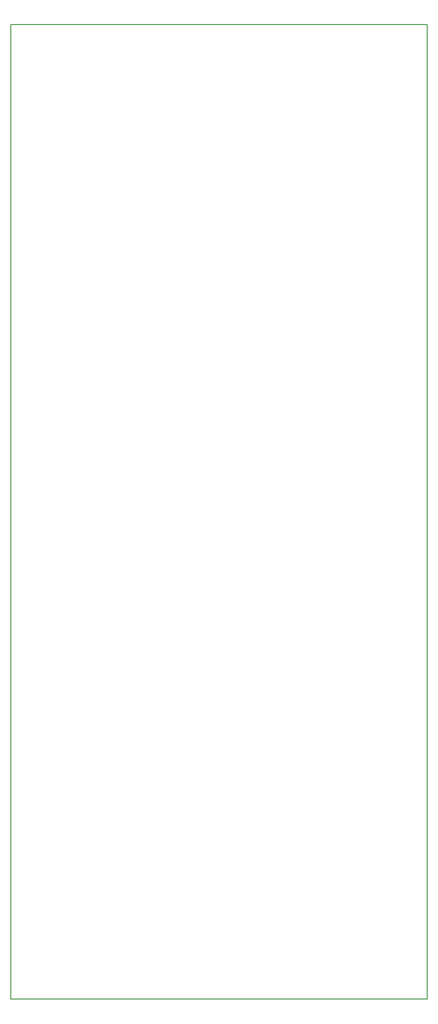
<source format=gbr>
%TF.GenerationSoftware,KiCad,Pcbnew,(5.1.6)-1*%
%TF.CreationDate,2020-06-22T20:03:53-05:00*%
%TF.ProjectId,NOISE_x_S_and_H,4e4f4953-455f-4785-9f53-5f616e645f48,rev?*%
%TF.SameCoordinates,Original*%
%TF.FileFunction,Profile,NP*%
%FSLAX46Y46*%
G04 Gerber Fmt 4.6, Leading zero omitted, Abs format (unit mm)*
G04 Created by KiCad (PCBNEW (5.1.6)-1) date 2020-06-22 20:03:53*
%MOMM*%
%LPD*%
G01*
G04 APERTURE LIST*
%TA.AperFunction,Profile*%
%ADD10C,0.150000*%
%TD*%
G04 APERTURE END LIST*
D10*
X67450000Y-17450000D02*
X67450000Y-192450000D01*
X142400000Y-192450000D02*
X67450000Y-192450000D01*
X142400000Y-17450000D02*
X67450000Y-17450000D01*
X142400000Y-17450000D02*
X142400000Y-192450000D01*
M02*

</source>
